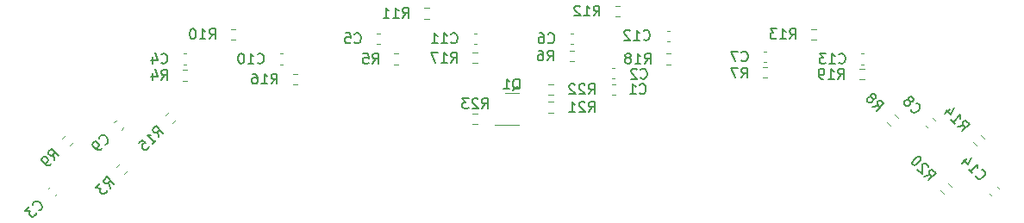
<source format=gbr>
%TF.GenerationSoftware,KiCad,Pcbnew,8.0.4*%
%TF.CreationDate,2024-11-30T14:16:15+01:00*%
%TF.ProjectId,Sensor_PCB,53656e73-6f72-45f5-9043-422e6b696361,rev?*%
%TF.SameCoordinates,Original*%
%TF.FileFunction,Legend,Bot*%
%TF.FilePolarity,Positive*%
%FSLAX46Y46*%
G04 Gerber Fmt 4.6, Leading zero omitted, Abs format (unit mm)*
G04 Created by KiCad (PCBNEW 8.0.4) date 2024-11-30 14:16:15*
%MOMM*%
%LPD*%
G01*
G04 APERTURE LIST*
%ADD10C,0.160000*%
%ADD11C,0.120000*%
G04 APERTURE END LIST*
D10*
X124766666Y-53859060D02*
X124814285Y-53906680D01*
X124814285Y-53906680D02*
X124957142Y-53954299D01*
X124957142Y-53954299D02*
X125052380Y-53954299D01*
X125052380Y-53954299D02*
X125195237Y-53906680D01*
X125195237Y-53906680D02*
X125290475Y-53811441D01*
X125290475Y-53811441D02*
X125338094Y-53716203D01*
X125338094Y-53716203D02*
X125385713Y-53525727D01*
X125385713Y-53525727D02*
X125385713Y-53382870D01*
X125385713Y-53382870D02*
X125338094Y-53192394D01*
X125338094Y-53192394D02*
X125290475Y-53097156D01*
X125290475Y-53097156D02*
X125195237Y-53001918D01*
X125195237Y-53001918D02*
X125052380Y-52954299D01*
X125052380Y-52954299D02*
X124957142Y-52954299D01*
X124957142Y-52954299D02*
X124814285Y-53001918D01*
X124814285Y-53001918D02*
X124766666Y-53049537D01*
X124385713Y-53049537D02*
X124338094Y-53001918D01*
X124338094Y-53001918D02*
X124242856Y-52954299D01*
X124242856Y-52954299D02*
X124004761Y-52954299D01*
X124004761Y-52954299D02*
X123909523Y-53001918D01*
X123909523Y-53001918D02*
X123861904Y-53049537D01*
X123861904Y-53049537D02*
X123814285Y-53144775D01*
X123814285Y-53144775D02*
X123814285Y-53240013D01*
X123814285Y-53240013D02*
X123861904Y-53382870D01*
X123861904Y-53382870D02*
X124433332Y-53954299D01*
X124433332Y-53954299D02*
X123814285Y-53954299D01*
X112195238Y-55049537D02*
X112290476Y-55001918D01*
X112290476Y-55001918D02*
X112385714Y-54906680D01*
X112385714Y-54906680D02*
X112528571Y-54763822D01*
X112528571Y-54763822D02*
X112623809Y-54716203D01*
X112623809Y-54716203D02*
X112719047Y-54716203D01*
X112671428Y-54954299D02*
X112766666Y-54906680D01*
X112766666Y-54906680D02*
X112861904Y-54811441D01*
X112861904Y-54811441D02*
X112909523Y-54620965D01*
X112909523Y-54620965D02*
X112909523Y-54287632D01*
X112909523Y-54287632D02*
X112861904Y-54097156D01*
X112861904Y-54097156D02*
X112766666Y-54001918D01*
X112766666Y-54001918D02*
X112671428Y-53954299D01*
X112671428Y-53954299D02*
X112480952Y-53954299D01*
X112480952Y-53954299D02*
X112385714Y-54001918D01*
X112385714Y-54001918D02*
X112290476Y-54097156D01*
X112290476Y-54097156D02*
X112242857Y-54287632D01*
X112242857Y-54287632D02*
X112242857Y-54620965D01*
X112242857Y-54620965D02*
X112290476Y-54811441D01*
X112290476Y-54811441D02*
X112385714Y-54906680D01*
X112385714Y-54906680D02*
X112480952Y-54954299D01*
X112480952Y-54954299D02*
X112671428Y-54954299D01*
X111290476Y-54954299D02*
X111861904Y-54954299D01*
X111576190Y-54954299D02*
X111576190Y-53954299D01*
X111576190Y-53954299D02*
X111671428Y-54097156D01*
X111671428Y-54097156D02*
X111766666Y-54192394D01*
X111766666Y-54192394D02*
X111861904Y-54240013D01*
X124666666Y-55359060D02*
X124714285Y-55406680D01*
X124714285Y-55406680D02*
X124857142Y-55454299D01*
X124857142Y-55454299D02*
X124952380Y-55454299D01*
X124952380Y-55454299D02*
X125095237Y-55406680D01*
X125095237Y-55406680D02*
X125190475Y-55311441D01*
X125190475Y-55311441D02*
X125238094Y-55216203D01*
X125238094Y-55216203D02*
X125285713Y-55025727D01*
X125285713Y-55025727D02*
X125285713Y-54882870D01*
X125285713Y-54882870D02*
X125238094Y-54692394D01*
X125238094Y-54692394D02*
X125190475Y-54597156D01*
X125190475Y-54597156D02*
X125095237Y-54501918D01*
X125095237Y-54501918D02*
X124952380Y-54454299D01*
X124952380Y-54454299D02*
X124857142Y-54454299D01*
X124857142Y-54454299D02*
X124714285Y-54501918D01*
X124714285Y-54501918D02*
X124666666Y-54549537D01*
X123714285Y-55454299D02*
X124285713Y-55454299D01*
X123999999Y-55454299D02*
X123999999Y-54454299D01*
X123999999Y-54454299D02*
X124095237Y-54597156D01*
X124095237Y-54597156D02*
X124190475Y-54692394D01*
X124190475Y-54692394D02*
X124285713Y-54740013D01*
X72639088Y-64703387D02*
X72538073Y-64130967D01*
X73043149Y-64299326D02*
X72336042Y-63592219D01*
X72336042Y-63592219D02*
X72066668Y-63861593D01*
X72066668Y-63861593D02*
X72032997Y-63962608D01*
X72032997Y-63962608D02*
X72032997Y-64029952D01*
X72032997Y-64029952D02*
X72066668Y-64130967D01*
X72066668Y-64130967D02*
X72167684Y-64231982D01*
X72167684Y-64231982D02*
X72268699Y-64265654D01*
X72268699Y-64265654D02*
X72336042Y-64265654D01*
X72336042Y-64265654D02*
X72437058Y-64231982D01*
X72437058Y-64231982D02*
X72706432Y-63962608D01*
X71696279Y-64231982D02*
X71258546Y-64669715D01*
X71258546Y-64669715D02*
X71763623Y-64703387D01*
X71763623Y-64703387D02*
X71662607Y-64804402D01*
X71662607Y-64804402D02*
X71628936Y-64905417D01*
X71628936Y-64905417D02*
X71628936Y-64972761D01*
X71628936Y-64972761D02*
X71662607Y-65073776D01*
X71662607Y-65073776D02*
X71830966Y-65242135D01*
X71830966Y-65242135D02*
X71931981Y-65275806D01*
X71931981Y-65275806D02*
X71999325Y-65275806D01*
X71999325Y-65275806D02*
X72100340Y-65242135D01*
X72100340Y-65242135D02*
X72302371Y-65040104D01*
X72302371Y-65040104D02*
X72336042Y-64939089D01*
X72336042Y-64939089D02*
X72336042Y-64871745D01*
X152633330Y-63525806D02*
X153205750Y-63424791D01*
X153037391Y-63929867D02*
X153744498Y-63222760D01*
X153744498Y-63222760D02*
X153475124Y-62953386D01*
X153475124Y-62953386D02*
X153374109Y-62919715D01*
X153374109Y-62919715D02*
X153306765Y-62919715D01*
X153306765Y-62919715D02*
X153205750Y-62953386D01*
X153205750Y-62953386D02*
X153104735Y-63054402D01*
X153104735Y-63054402D02*
X153071063Y-63155417D01*
X153071063Y-63155417D02*
X153071063Y-63222760D01*
X153071063Y-63222760D02*
X153104735Y-63323776D01*
X153104735Y-63323776D02*
X153374109Y-63593150D01*
X153003720Y-62616669D02*
X153003720Y-62549325D01*
X153003720Y-62549325D02*
X152970048Y-62448310D01*
X152970048Y-62448310D02*
X152801689Y-62279951D01*
X152801689Y-62279951D02*
X152700674Y-62246280D01*
X152700674Y-62246280D02*
X152633330Y-62246280D01*
X152633330Y-62246280D02*
X152532315Y-62279951D01*
X152532315Y-62279951D02*
X152464971Y-62347295D01*
X152464971Y-62347295D02*
X152397628Y-62481982D01*
X152397628Y-62481982D02*
X152397628Y-63290104D01*
X152397628Y-63290104D02*
X151959895Y-62852371D01*
X152229269Y-61707532D02*
X152161926Y-61640188D01*
X152161926Y-61640188D02*
X152060910Y-61606516D01*
X152060910Y-61606516D02*
X151993567Y-61606516D01*
X151993567Y-61606516D02*
X151892552Y-61640188D01*
X151892552Y-61640188D02*
X151724193Y-61741203D01*
X151724193Y-61741203D02*
X151555834Y-61909562D01*
X151555834Y-61909562D02*
X151454819Y-62077921D01*
X151454819Y-62077921D02*
X151421147Y-62178936D01*
X151421147Y-62178936D02*
X151421147Y-62246280D01*
X151421147Y-62246280D02*
X151454819Y-62347295D01*
X151454819Y-62347295D02*
X151522162Y-62414638D01*
X151522162Y-62414638D02*
X151623178Y-62448310D01*
X151623178Y-62448310D02*
X151690521Y-62448310D01*
X151690521Y-62448310D02*
X151791536Y-62414638D01*
X151791536Y-62414638D02*
X151959895Y-62313623D01*
X151959895Y-62313623D02*
X152128254Y-62145264D01*
X152128254Y-62145264D02*
X152229269Y-61976906D01*
X152229269Y-61976906D02*
X152262941Y-61875890D01*
X152262941Y-61875890D02*
X152262941Y-61808547D01*
X152262941Y-61808547D02*
X152229269Y-61707532D01*
X119642857Y-57204299D02*
X119976190Y-56728108D01*
X120214285Y-57204299D02*
X120214285Y-56204299D01*
X120214285Y-56204299D02*
X119833333Y-56204299D01*
X119833333Y-56204299D02*
X119738095Y-56251918D01*
X119738095Y-56251918D02*
X119690476Y-56299537D01*
X119690476Y-56299537D02*
X119642857Y-56394775D01*
X119642857Y-56394775D02*
X119642857Y-56537632D01*
X119642857Y-56537632D02*
X119690476Y-56632870D01*
X119690476Y-56632870D02*
X119738095Y-56680489D01*
X119738095Y-56680489D02*
X119833333Y-56728108D01*
X119833333Y-56728108D02*
X120214285Y-56728108D01*
X119261904Y-56299537D02*
X119214285Y-56251918D01*
X119214285Y-56251918D02*
X119119047Y-56204299D01*
X119119047Y-56204299D02*
X118880952Y-56204299D01*
X118880952Y-56204299D02*
X118785714Y-56251918D01*
X118785714Y-56251918D02*
X118738095Y-56299537D01*
X118738095Y-56299537D02*
X118690476Y-56394775D01*
X118690476Y-56394775D02*
X118690476Y-56490013D01*
X118690476Y-56490013D02*
X118738095Y-56632870D01*
X118738095Y-56632870D02*
X119309523Y-57204299D01*
X119309523Y-57204299D02*
X118690476Y-57204299D01*
X117738095Y-57204299D02*
X118309523Y-57204299D01*
X118023809Y-57204299D02*
X118023809Y-56204299D01*
X118023809Y-56204299D02*
X118119047Y-56347156D01*
X118119047Y-56347156D02*
X118214285Y-56442394D01*
X118214285Y-56442394D02*
X118309523Y-56490013D01*
X106142857Y-52354299D02*
X106476190Y-51878108D01*
X106714285Y-52354299D02*
X106714285Y-51354299D01*
X106714285Y-51354299D02*
X106333333Y-51354299D01*
X106333333Y-51354299D02*
X106238095Y-51401918D01*
X106238095Y-51401918D02*
X106190476Y-51449537D01*
X106190476Y-51449537D02*
X106142857Y-51544775D01*
X106142857Y-51544775D02*
X106142857Y-51687632D01*
X106142857Y-51687632D02*
X106190476Y-51782870D01*
X106190476Y-51782870D02*
X106238095Y-51830489D01*
X106238095Y-51830489D02*
X106333333Y-51878108D01*
X106333333Y-51878108D02*
X106714285Y-51878108D01*
X105190476Y-52354299D02*
X105761904Y-52354299D01*
X105476190Y-52354299D02*
X105476190Y-51354299D01*
X105476190Y-51354299D02*
X105571428Y-51497156D01*
X105571428Y-51497156D02*
X105666666Y-51592394D01*
X105666666Y-51592394D02*
X105761904Y-51640013D01*
X104857142Y-51354299D02*
X104190476Y-51354299D01*
X104190476Y-51354299D02*
X104619047Y-52354299D01*
X120142857Y-47754299D02*
X120476190Y-47278108D01*
X120714285Y-47754299D02*
X120714285Y-46754299D01*
X120714285Y-46754299D02*
X120333333Y-46754299D01*
X120333333Y-46754299D02*
X120238095Y-46801918D01*
X120238095Y-46801918D02*
X120190476Y-46849537D01*
X120190476Y-46849537D02*
X120142857Y-46944775D01*
X120142857Y-46944775D02*
X120142857Y-47087632D01*
X120142857Y-47087632D02*
X120190476Y-47182870D01*
X120190476Y-47182870D02*
X120238095Y-47230489D01*
X120238095Y-47230489D02*
X120333333Y-47278108D01*
X120333333Y-47278108D02*
X120714285Y-47278108D01*
X119190476Y-47754299D02*
X119761904Y-47754299D01*
X119476190Y-47754299D02*
X119476190Y-46754299D01*
X119476190Y-46754299D02*
X119571428Y-46897156D01*
X119571428Y-46897156D02*
X119666666Y-46992394D01*
X119666666Y-46992394D02*
X119761904Y-47040013D01*
X118809523Y-46849537D02*
X118761904Y-46801918D01*
X118761904Y-46801918D02*
X118666666Y-46754299D01*
X118666666Y-46754299D02*
X118428571Y-46754299D01*
X118428571Y-46754299D02*
X118333333Y-46801918D01*
X118333333Y-46801918D02*
X118285714Y-46849537D01*
X118285714Y-46849537D02*
X118238095Y-46944775D01*
X118238095Y-46944775D02*
X118238095Y-47040013D01*
X118238095Y-47040013D02*
X118285714Y-47182870D01*
X118285714Y-47182870D02*
X118857142Y-47754299D01*
X118857142Y-47754299D02*
X118238095Y-47754299D01*
X77666666Y-54054299D02*
X77999999Y-53578108D01*
X78238094Y-54054299D02*
X78238094Y-53054299D01*
X78238094Y-53054299D02*
X77857142Y-53054299D01*
X77857142Y-53054299D02*
X77761904Y-53101918D01*
X77761904Y-53101918D02*
X77714285Y-53149537D01*
X77714285Y-53149537D02*
X77666666Y-53244775D01*
X77666666Y-53244775D02*
X77666666Y-53387632D01*
X77666666Y-53387632D02*
X77714285Y-53482870D01*
X77714285Y-53482870D02*
X77761904Y-53530489D01*
X77761904Y-53530489D02*
X77857142Y-53578108D01*
X77857142Y-53578108D02*
X78238094Y-53578108D01*
X76809523Y-53387632D02*
X76809523Y-54054299D01*
X77047618Y-53006680D02*
X77285713Y-53720965D01*
X77285713Y-53720965D02*
X76666666Y-53720965D01*
X106142857Y-50359060D02*
X106190476Y-50406680D01*
X106190476Y-50406680D02*
X106333333Y-50454299D01*
X106333333Y-50454299D02*
X106428571Y-50454299D01*
X106428571Y-50454299D02*
X106571428Y-50406680D01*
X106571428Y-50406680D02*
X106666666Y-50311441D01*
X106666666Y-50311441D02*
X106714285Y-50216203D01*
X106714285Y-50216203D02*
X106761904Y-50025727D01*
X106761904Y-50025727D02*
X106761904Y-49882870D01*
X106761904Y-49882870D02*
X106714285Y-49692394D01*
X106714285Y-49692394D02*
X106666666Y-49597156D01*
X106666666Y-49597156D02*
X106571428Y-49501918D01*
X106571428Y-49501918D02*
X106428571Y-49454299D01*
X106428571Y-49454299D02*
X106333333Y-49454299D01*
X106333333Y-49454299D02*
X106190476Y-49501918D01*
X106190476Y-49501918D02*
X106142857Y-49549537D01*
X105190476Y-50454299D02*
X105761904Y-50454299D01*
X105476190Y-50454299D02*
X105476190Y-49454299D01*
X105476190Y-49454299D02*
X105571428Y-49597156D01*
X105571428Y-49597156D02*
X105666666Y-49692394D01*
X105666666Y-49692394D02*
X105761904Y-49740013D01*
X104238095Y-50454299D02*
X104809523Y-50454299D01*
X104523809Y-50454299D02*
X104523809Y-49454299D01*
X104523809Y-49454299D02*
X104619047Y-49597156D01*
X104619047Y-49597156D02*
X104714285Y-49692394D01*
X104714285Y-49692394D02*
X104809523Y-49740013D01*
X134666666Y-52159060D02*
X134714285Y-52206680D01*
X134714285Y-52206680D02*
X134857142Y-52254299D01*
X134857142Y-52254299D02*
X134952380Y-52254299D01*
X134952380Y-52254299D02*
X135095237Y-52206680D01*
X135095237Y-52206680D02*
X135190475Y-52111441D01*
X135190475Y-52111441D02*
X135238094Y-52016203D01*
X135238094Y-52016203D02*
X135285713Y-51825727D01*
X135285713Y-51825727D02*
X135285713Y-51682870D01*
X135285713Y-51682870D02*
X135238094Y-51492394D01*
X135238094Y-51492394D02*
X135190475Y-51397156D01*
X135190475Y-51397156D02*
X135095237Y-51301918D01*
X135095237Y-51301918D02*
X134952380Y-51254299D01*
X134952380Y-51254299D02*
X134857142Y-51254299D01*
X134857142Y-51254299D02*
X134714285Y-51301918D01*
X134714285Y-51301918D02*
X134666666Y-51349537D01*
X134333332Y-51254299D02*
X133666666Y-51254299D01*
X133666666Y-51254299D02*
X134095237Y-52254299D01*
X98416666Y-52454299D02*
X98749999Y-51978108D01*
X98988094Y-52454299D02*
X98988094Y-51454299D01*
X98988094Y-51454299D02*
X98607142Y-51454299D01*
X98607142Y-51454299D02*
X98511904Y-51501918D01*
X98511904Y-51501918D02*
X98464285Y-51549537D01*
X98464285Y-51549537D02*
X98416666Y-51644775D01*
X98416666Y-51644775D02*
X98416666Y-51787632D01*
X98416666Y-51787632D02*
X98464285Y-51882870D01*
X98464285Y-51882870D02*
X98511904Y-51930489D01*
X98511904Y-51930489D02*
X98607142Y-51978108D01*
X98607142Y-51978108D02*
X98988094Y-51978108D01*
X97511904Y-51454299D02*
X97988094Y-51454299D01*
X97988094Y-51454299D02*
X98035713Y-51930489D01*
X98035713Y-51930489D02*
X97988094Y-51882870D01*
X97988094Y-51882870D02*
X97892856Y-51835251D01*
X97892856Y-51835251D02*
X97654761Y-51835251D01*
X97654761Y-51835251D02*
X97559523Y-51882870D01*
X97559523Y-51882870D02*
X97511904Y-51930489D01*
X97511904Y-51930489D02*
X97464285Y-52025727D01*
X97464285Y-52025727D02*
X97464285Y-52263822D01*
X97464285Y-52263822D02*
X97511904Y-52359060D01*
X97511904Y-52359060D02*
X97559523Y-52406680D01*
X97559523Y-52406680D02*
X97654761Y-52454299D01*
X97654761Y-52454299D02*
X97892856Y-52454299D01*
X97892856Y-52454299D02*
X97988094Y-52406680D01*
X97988094Y-52406680D02*
X98035713Y-52359060D01*
X115666666Y-50359060D02*
X115714285Y-50406680D01*
X115714285Y-50406680D02*
X115857142Y-50454299D01*
X115857142Y-50454299D02*
X115952380Y-50454299D01*
X115952380Y-50454299D02*
X116095237Y-50406680D01*
X116095237Y-50406680D02*
X116190475Y-50311441D01*
X116190475Y-50311441D02*
X116238094Y-50216203D01*
X116238094Y-50216203D02*
X116285713Y-50025727D01*
X116285713Y-50025727D02*
X116285713Y-49882870D01*
X116285713Y-49882870D02*
X116238094Y-49692394D01*
X116238094Y-49692394D02*
X116190475Y-49597156D01*
X116190475Y-49597156D02*
X116095237Y-49501918D01*
X116095237Y-49501918D02*
X115952380Y-49454299D01*
X115952380Y-49454299D02*
X115857142Y-49454299D01*
X115857142Y-49454299D02*
X115714285Y-49501918D01*
X115714285Y-49501918D02*
X115666666Y-49549537D01*
X114809523Y-49454299D02*
X114999999Y-49454299D01*
X114999999Y-49454299D02*
X115095237Y-49501918D01*
X115095237Y-49501918D02*
X115142856Y-49549537D01*
X115142856Y-49549537D02*
X115238094Y-49692394D01*
X115238094Y-49692394D02*
X115285713Y-49882870D01*
X115285713Y-49882870D02*
X115285713Y-50263822D01*
X115285713Y-50263822D02*
X115238094Y-50359060D01*
X115238094Y-50359060D02*
X115190475Y-50406680D01*
X115190475Y-50406680D02*
X115095237Y-50454299D01*
X115095237Y-50454299D02*
X114904761Y-50454299D01*
X114904761Y-50454299D02*
X114809523Y-50406680D01*
X114809523Y-50406680D02*
X114761904Y-50359060D01*
X114761904Y-50359060D02*
X114714285Y-50263822D01*
X114714285Y-50263822D02*
X114714285Y-50025727D01*
X114714285Y-50025727D02*
X114761904Y-49930489D01*
X114761904Y-49930489D02*
X114809523Y-49882870D01*
X114809523Y-49882870D02*
X114904761Y-49835251D01*
X114904761Y-49835251D02*
X115095237Y-49835251D01*
X115095237Y-49835251D02*
X115190475Y-49882870D01*
X115190475Y-49882870D02*
X115238094Y-49930489D01*
X115238094Y-49930489D02*
X115285713Y-50025727D01*
X139392857Y-50029299D02*
X139726190Y-49553108D01*
X139964285Y-50029299D02*
X139964285Y-49029299D01*
X139964285Y-49029299D02*
X139583333Y-49029299D01*
X139583333Y-49029299D02*
X139488095Y-49076918D01*
X139488095Y-49076918D02*
X139440476Y-49124537D01*
X139440476Y-49124537D02*
X139392857Y-49219775D01*
X139392857Y-49219775D02*
X139392857Y-49362632D01*
X139392857Y-49362632D02*
X139440476Y-49457870D01*
X139440476Y-49457870D02*
X139488095Y-49505489D01*
X139488095Y-49505489D02*
X139583333Y-49553108D01*
X139583333Y-49553108D02*
X139964285Y-49553108D01*
X138440476Y-50029299D02*
X139011904Y-50029299D01*
X138726190Y-50029299D02*
X138726190Y-49029299D01*
X138726190Y-49029299D02*
X138821428Y-49172156D01*
X138821428Y-49172156D02*
X138916666Y-49267394D01*
X138916666Y-49267394D02*
X139011904Y-49315013D01*
X138107142Y-49029299D02*
X137488095Y-49029299D01*
X137488095Y-49029299D02*
X137821428Y-49410251D01*
X137821428Y-49410251D02*
X137678571Y-49410251D01*
X137678571Y-49410251D02*
X137583333Y-49457870D01*
X137583333Y-49457870D02*
X137535714Y-49505489D01*
X137535714Y-49505489D02*
X137488095Y-49600727D01*
X137488095Y-49600727D02*
X137488095Y-49838822D01*
X137488095Y-49838822D02*
X137535714Y-49934060D01*
X137535714Y-49934060D02*
X137583333Y-49981680D01*
X137583333Y-49981680D02*
X137678571Y-50029299D01*
X137678571Y-50029299D02*
X137964285Y-50029299D01*
X137964285Y-50029299D02*
X138059523Y-49981680D01*
X138059523Y-49981680D02*
X138107142Y-49934060D01*
X144142857Y-53954299D02*
X144476190Y-53478108D01*
X144714285Y-53954299D02*
X144714285Y-52954299D01*
X144714285Y-52954299D02*
X144333333Y-52954299D01*
X144333333Y-52954299D02*
X144238095Y-53001918D01*
X144238095Y-53001918D02*
X144190476Y-53049537D01*
X144190476Y-53049537D02*
X144142857Y-53144775D01*
X144142857Y-53144775D02*
X144142857Y-53287632D01*
X144142857Y-53287632D02*
X144190476Y-53382870D01*
X144190476Y-53382870D02*
X144238095Y-53430489D01*
X144238095Y-53430489D02*
X144333333Y-53478108D01*
X144333333Y-53478108D02*
X144714285Y-53478108D01*
X143190476Y-53954299D02*
X143761904Y-53954299D01*
X143476190Y-53954299D02*
X143476190Y-52954299D01*
X143476190Y-52954299D02*
X143571428Y-53097156D01*
X143571428Y-53097156D02*
X143666666Y-53192394D01*
X143666666Y-53192394D02*
X143761904Y-53240013D01*
X142714285Y-53954299D02*
X142523809Y-53954299D01*
X142523809Y-53954299D02*
X142428571Y-53906680D01*
X142428571Y-53906680D02*
X142380952Y-53859060D01*
X142380952Y-53859060D02*
X142285714Y-53716203D01*
X142285714Y-53716203D02*
X142238095Y-53525727D01*
X142238095Y-53525727D02*
X142238095Y-53144775D01*
X142238095Y-53144775D02*
X142285714Y-53049537D01*
X142285714Y-53049537D02*
X142333333Y-53001918D01*
X142333333Y-53001918D02*
X142428571Y-52954299D01*
X142428571Y-52954299D02*
X142619047Y-52954299D01*
X142619047Y-52954299D02*
X142714285Y-53001918D01*
X142714285Y-53001918D02*
X142761904Y-53049537D01*
X142761904Y-53049537D02*
X142809523Y-53144775D01*
X142809523Y-53144775D02*
X142809523Y-53382870D01*
X142809523Y-53382870D02*
X142761904Y-53478108D01*
X142761904Y-53478108D02*
X142714285Y-53525727D01*
X142714285Y-53525727D02*
X142619047Y-53573346D01*
X142619047Y-53573346D02*
X142428571Y-53573346D01*
X142428571Y-53573346D02*
X142333333Y-53525727D01*
X142333333Y-53525727D02*
X142285714Y-53478108D01*
X142285714Y-53478108D02*
X142238095Y-53382870D01*
X101392857Y-47954299D02*
X101726190Y-47478108D01*
X101964285Y-47954299D02*
X101964285Y-46954299D01*
X101964285Y-46954299D02*
X101583333Y-46954299D01*
X101583333Y-46954299D02*
X101488095Y-47001918D01*
X101488095Y-47001918D02*
X101440476Y-47049537D01*
X101440476Y-47049537D02*
X101392857Y-47144775D01*
X101392857Y-47144775D02*
X101392857Y-47287632D01*
X101392857Y-47287632D02*
X101440476Y-47382870D01*
X101440476Y-47382870D02*
X101488095Y-47430489D01*
X101488095Y-47430489D02*
X101583333Y-47478108D01*
X101583333Y-47478108D02*
X101964285Y-47478108D01*
X100440476Y-47954299D02*
X101011904Y-47954299D01*
X100726190Y-47954299D02*
X100726190Y-46954299D01*
X100726190Y-46954299D02*
X100821428Y-47097156D01*
X100821428Y-47097156D02*
X100916666Y-47192394D01*
X100916666Y-47192394D02*
X101011904Y-47240013D01*
X99488095Y-47954299D02*
X100059523Y-47954299D01*
X99773809Y-47954299D02*
X99773809Y-46954299D01*
X99773809Y-46954299D02*
X99869047Y-47097156D01*
X99869047Y-47097156D02*
X99964285Y-47192394D01*
X99964285Y-47192394D02*
X100059523Y-47240013D01*
X65621745Y-66886043D02*
X65689088Y-66886043D01*
X65689088Y-66886043D02*
X65823775Y-66818700D01*
X65823775Y-66818700D02*
X65891119Y-66751356D01*
X65891119Y-66751356D02*
X65958462Y-66616669D01*
X65958462Y-66616669D02*
X65958462Y-66481982D01*
X65958462Y-66481982D02*
X65924790Y-66380967D01*
X65924790Y-66380967D02*
X65823775Y-66212608D01*
X65823775Y-66212608D02*
X65722760Y-66111593D01*
X65722760Y-66111593D02*
X65554401Y-66010578D01*
X65554401Y-66010578D02*
X65453386Y-65976906D01*
X65453386Y-65976906D02*
X65318699Y-65976906D01*
X65318699Y-65976906D02*
X65184012Y-66044249D01*
X65184012Y-66044249D02*
X65116668Y-66111593D01*
X65116668Y-66111593D02*
X65049325Y-66246280D01*
X65049325Y-66246280D02*
X65049325Y-66313623D01*
X64746279Y-66481982D02*
X64308546Y-66919715D01*
X64308546Y-66919715D02*
X64813623Y-66953387D01*
X64813623Y-66953387D02*
X64712607Y-67054402D01*
X64712607Y-67054402D02*
X64678936Y-67155417D01*
X64678936Y-67155417D02*
X64678936Y-67222761D01*
X64678936Y-67222761D02*
X64712607Y-67323776D01*
X64712607Y-67323776D02*
X64880966Y-67492135D01*
X64880966Y-67492135D02*
X64981981Y-67525806D01*
X64981981Y-67525806D02*
X65049325Y-67525806D01*
X65049325Y-67525806D02*
X65150340Y-67492135D01*
X65150340Y-67492135D02*
X65352371Y-67290104D01*
X65352371Y-67290104D02*
X65386042Y-67189089D01*
X65386042Y-67189089D02*
X65386042Y-67121745D01*
X77450806Y-59691669D02*
X77349791Y-59119249D01*
X77854867Y-59287608D02*
X77147760Y-58580501D01*
X77147760Y-58580501D02*
X76878386Y-58849875D01*
X76878386Y-58849875D02*
X76844715Y-58950890D01*
X76844715Y-58950890D02*
X76844715Y-59018234D01*
X76844715Y-59018234D02*
X76878386Y-59119249D01*
X76878386Y-59119249D02*
X76979402Y-59220264D01*
X76979402Y-59220264D02*
X77080417Y-59253936D01*
X77080417Y-59253936D02*
X77147760Y-59253936D01*
X77147760Y-59253936D02*
X77248776Y-59220264D01*
X77248776Y-59220264D02*
X77518150Y-58950890D01*
X76777371Y-60365104D02*
X77181432Y-59961043D01*
X76979402Y-60163073D02*
X76272295Y-59455966D01*
X76272295Y-59455966D02*
X76440654Y-59489638D01*
X76440654Y-59489638D02*
X76575341Y-59489638D01*
X76575341Y-59489638D02*
X76676356Y-59455966D01*
X75430501Y-60297760D02*
X75767219Y-59961043D01*
X75767219Y-59961043D02*
X76137608Y-60264089D01*
X76137608Y-60264089D02*
X76070264Y-60264089D01*
X76070264Y-60264089D02*
X75969249Y-60297760D01*
X75969249Y-60297760D02*
X75800890Y-60466119D01*
X75800890Y-60466119D02*
X75767219Y-60567134D01*
X75767219Y-60567134D02*
X75767219Y-60634478D01*
X75767219Y-60634478D02*
X75800890Y-60735493D01*
X75800890Y-60735493D02*
X75969249Y-60903852D01*
X75969249Y-60903852D02*
X76070264Y-60937524D01*
X76070264Y-60937524D02*
X76137608Y-60937524D01*
X76137608Y-60937524D02*
X76238623Y-60903852D01*
X76238623Y-60903852D02*
X76406982Y-60735493D01*
X76406982Y-60735493D02*
X76440654Y-60634478D01*
X76440654Y-60634478D02*
X76440654Y-60567134D01*
X87142857Y-52359060D02*
X87190476Y-52406680D01*
X87190476Y-52406680D02*
X87333333Y-52454299D01*
X87333333Y-52454299D02*
X87428571Y-52454299D01*
X87428571Y-52454299D02*
X87571428Y-52406680D01*
X87571428Y-52406680D02*
X87666666Y-52311441D01*
X87666666Y-52311441D02*
X87714285Y-52216203D01*
X87714285Y-52216203D02*
X87761904Y-52025727D01*
X87761904Y-52025727D02*
X87761904Y-51882870D01*
X87761904Y-51882870D02*
X87714285Y-51692394D01*
X87714285Y-51692394D02*
X87666666Y-51597156D01*
X87666666Y-51597156D02*
X87571428Y-51501918D01*
X87571428Y-51501918D02*
X87428571Y-51454299D01*
X87428571Y-51454299D02*
X87333333Y-51454299D01*
X87333333Y-51454299D02*
X87190476Y-51501918D01*
X87190476Y-51501918D02*
X87142857Y-51549537D01*
X86190476Y-52454299D02*
X86761904Y-52454299D01*
X86476190Y-52454299D02*
X86476190Y-51454299D01*
X86476190Y-51454299D02*
X86571428Y-51597156D01*
X86571428Y-51597156D02*
X86666666Y-51692394D01*
X86666666Y-51692394D02*
X86761904Y-51740013D01*
X85571428Y-51454299D02*
X85476190Y-51454299D01*
X85476190Y-51454299D02*
X85380952Y-51501918D01*
X85380952Y-51501918D02*
X85333333Y-51549537D01*
X85333333Y-51549537D02*
X85285714Y-51644775D01*
X85285714Y-51644775D02*
X85238095Y-51835251D01*
X85238095Y-51835251D02*
X85238095Y-52073346D01*
X85238095Y-52073346D02*
X85285714Y-52263822D01*
X85285714Y-52263822D02*
X85333333Y-52359060D01*
X85333333Y-52359060D02*
X85380952Y-52406680D01*
X85380952Y-52406680D02*
X85476190Y-52454299D01*
X85476190Y-52454299D02*
X85571428Y-52454299D01*
X85571428Y-52454299D02*
X85666666Y-52406680D01*
X85666666Y-52406680D02*
X85714285Y-52359060D01*
X85714285Y-52359060D02*
X85761904Y-52263822D01*
X85761904Y-52263822D02*
X85809523Y-52073346D01*
X85809523Y-52073346D02*
X85809523Y-51835251D01*
X85809523Y-51835251D02*
X85761904Y-51644775D01*
X85761904Y-51644775D02*
X85714285Y-51549537D01*
X85714285Y-51549537D02*
X85666666Y-51501918D01*
X85666666Y-51501918D02*
X85571428Y-51454299D01*
X147546612Y-56689088D02*
X148119032Y-56588073D01*
X147950673Y-57093149D02*
X148657780Y-56386042D01*
X148657780Y-56386042D02*
X148388406Y-56116668D01*
X148388406Y-56116668D02*
X148287391Y-56082997D01*
X148287391Y-56082997D02*
X148220047Y-56082997D01*
X148220047Y-56082997D02*
X148119032Y-56116668D01*
X148119032Y-56116668D02*
X148018017Y-56217684D01*
X148018017Y-56217684D02*
X147984345Y-56318699D01*
X147984345Y-56318699D02*
X147984345Y-56386042D01*
X147984345Y-56386042D02*
X148018017Y-56487058D01*
X148018017Y-56487058D02*
X148287391Y-56756432D01*
X147546612Y-55880966D02*
X147647628Y-55914638D01*
X147647628Y-55914638D02*
X147714971Y-55914638D01*
X147714971Y-55914638D02*
X147815986Y-55880966D01*
X147815986Y-55880966D02*
X147849658Y-55847294D01*
X147849658Y-55847294D02*
X147883330Y-55746279D01*
X147883330Y-55746279D02*
X147883330Y-55678936D01*
X147883330Y-55678936D02*
X147849658Y-55577920D01*
X147849658Y-55577920D02*
X147714971Y-55443233D01*
X147714971Y-55443233D02*
X147613956Y-55409562D01*
X147613956Y-55409562D02*
X147546612Y-55409562D01*
X147546612Y-55409562D02*
X147445597Y-55443233D01*
X147445597Y-55443233D02*
X147411925Y-55476905D01*
X147411925Y-55476905D02*
X147378254Y-55577920D01*
X147378254Y-55577920D02*
X147378254Y-55645264D01*
X147378254Y-55645264D02*
X147411925Y-55746279D01*
X147411925Y-55746279D02*
X147546612Y-55880966D01*
X147546612Y-55880966D02*
X147580284Y-55981981D01*
X147580284Y-55981981D02*
X147580284Y-56049325D01*
X147580284Y-56049325D02*
X147546612Y-56150340D01*
X147546612Y-56150340D02*
X147411925Y-56285027D01*
X147411925Y-56285027D02*
X147310910Y-56318699D01*
X147310910Y-56318699D02*
X147243567Y-56318699D01*
X147243567Y-56318699D02*
X147142551Y-56285027D01*
X147142551Y-56285027D02*
X147007864Y-56150340D01*
X147007864Y-56150340D02*
X146974193Y-56049325D01*
X146974193Y-56049325D02*
X146974193Y-55981981D01*
X146974193Y-55981981D02*
X147007864Y-55880966D01*
X147007864Y-55880966D02*
X147142551Y-55746279D01*
X147142551Y-55746279D02*
X147243567Y-55712607D01*
X147243567Y-55712607D02*
X147310910Y-55712607D01*
X147310910Y-55712607D02*
X147411925Y-55746279D01*
X155933330Y-58675806D02*
X156505750Y-58574791D01*
X156337391Y-59079867D02*
X157044498Y-58372760D01*
X157044498Y-58372760D02*
X156775124Y-58103386D01*
X156775124Y-58103386D02*
X156674109Y-58069715D01*
X156674109Y-58069715D02*
X156606765Y-58069715D01*
X156606765Y-58069715D02*
X156505750Y-58103386D01*
X156505750Y-58103386D02*
X156404735Y-58204402D01*
X156404735Y-58204402D02*
X156371063Y-58305417D01*
X156371063Y-58305417D02*
X156371063Y-58372760D01*
X156371063Y-58372760D02*
X156404735Y-58473776D01*
X156404735Y-58473776D02*
X156674109Y-58743150D01*
X155259895Y-58002371D02*
X155663956Y-58406432D01*
X155461926Y-58204402D02*
X156169033Y-57497295D01*
X156169033Y-57497295D02*
X156135361Y-57665654D01*
X156135361Y-57665654D02*
X156135361Y-57800341D01*
X156135361Y-57800341D02*
X156169033Y-57901356D01*
X155125208Y-56924875D02*
X154653804Y-57396280D01*
X155562941Y-56823860D02*
X155226223Y-57497295D01*
X155226223Y-57497295D02*
X154788491Y-57059562D01*
X88467857Y-54454299D02*
X88801190Y-53978108D01*
X89039285Y-54454299D02*
X89039285Y-53454299D01*
X89039285Y-53454299D02*
X88658333Y-53454299D01*
X88658333Y-53454299D02*
X88563095Y-53501918D01*
X88563095Y-53501918D02*
X88515476Y-53549537D01*
X88515476Y-53549537D02*
X88467857Y-53644775D01*
X88467857Y-53644775D02*
X88467857Y-53787632D01*
X88467857Y-53787632D02*
X88515476Y-53882870D01*
X88515476Y-53882870D02*
X88563095Y-53930489D01*
X88563095Y-53930489D02*
X88658333Y-53978108D01*
X88658333Y-53978108D02*
X89039285Y-53978108D01*
X87515476Y-54454299D02*
X88086904Y-54454299D01*
X87801190Y-54454299D02*
X87801190Y-53454299D01*
X87801190Y-53454299D02*
X87896428Y-53597156D01*
X87896428Y-53597156D02*
X87991666Y-53692394D01*
X87991666Y-53692394D02*
X88086904Y-53740013D01*
X86658333Y-53454299D02*
X86848809Y-53454299D01*
X86848809Y-53454299D02*
X86944047Y-53501918D01*
X86944047Y-53501918D02*
X86991666Y-53549537D01*
X86991666Y-53549537D02*
X87086904Y-53692394D01*
X87086904Y-53692394D02*
X87134523Y-53882870D01*
X87134523Y-53882870D02*
X87134523Y-54263822D01*
X87134523Y-54263822D02*
X87086904Y-54359060D01*
X87086904Y-54359060D02*
X87039285Y-54406680D01*
X87039285Y-54406680D02*
X86944047Y-54454299D01*
X86944047Y-54454299D02*
X86753571Y-54454299D01*
X86753571Y-54454299D02*
X86658333Y-54406680D01*
X86658333Y-54406680D02*
X86610714Y-54359060D01*
X86610714Y-54359060D02*
X86563095Y-54263822D01*
X86563095Y-54263822D02*
X86563095Y-54025727D01*
X86563095Y-54025727D02*
X86610714Y-53930489D01*
X86610714Y-53930489D02*
X86658333Y-53882870D01*
X86658333Y-53882870D02*
X86753571Y-53835251D01*
X86753571Y-53835251D02*
X86944047Y-53835251D01*
X86944047Y-53835251D02*
X87039285Y-53882870D01*
X87039285Y-53882870D02*
X87086904Y-53930489D01*
X87086904Y-53930489D02*
X87134523Y-54025727D01*
X77666666Y-52359060D02*
X77714285Y-52406680D01*
X77714285Y-52406680D02*
X77857142Y-52454299D01*
X77857142Y-52454299D02*
X77952380Y-52454299D01*
X77952380Y-52454299D02*
X78095237Y-52406680D01*
X78095237Y-52406680D02*
X78190475Y-52311441D01*
X78190475Y-52311441D02*
X78238094Y-52216203D01*
X78238094Y-52216203D02*
X78285713Y-52025727D01*
X78285713Y-52025727D02*
X78285713Y-51882870D01*
X78285713Y-51882870D02*
X78238094Y-51692394D01*
X78238094Y-51692394D02*
X78190475Y-51597156D01*
X78190475Y-51597156D02*
X78095237Y-51501918D01*
X78095237Y-51501918D02*
X77952380Y-51454299D01*
X77952380Y-51454299D02*
X77857142Y-51454299D01*
X77857142Y-51454299D02*
X77714285Y-51501918D01*
X77714285Y-51501918D02*
X77666666Y-51549537D01*
X76809523Y-51787632D02*
X76809523Y-52454299D01*
X77047618Y-51406680D02*
X77285713Y-52120965D01*
X77285713Y-52120965D02*
X76666666Y-52120965D01*
X125042857Y-50059060D02*
X125090476Y-50106680D01*
X125090476Y-50106680D02*
X125233333Y-50154299D01*
X125233333Y-50154299D02*
X125328571Y-50154299D01*
X125328571Y-50154299D02*
X125471428Y-50106680D01*
X125471428Y-50106680D02*
X125566666Y-50011441D01*
X125566666Y-50011441D02*
X125614285Y-49916203D01*
X125614285Y-49916203D02*
X125661904Y-49725727D01*
X125661904Y-49725727D02*
X125661904Y-49582870D01*
X125661904Y-49582870D02*
X125614285Y-49392394D01*
X125614285Y-49392394D02*
X125566666Y-49297156D01*
X125566666Y-49297156D02*
X125471428Y-49201918D01*
X125471428Y-49201918D02*
X125328571Y-49154299D01*
X125328571Y-49154299D02*
X125233333Y-49154299D01*
X125233333Y-49154299D02*
X125090476Y-49201918D01*
X125090476Y-49201918D02*
X125042857Y-49249537D01*
X124090476Y-50154299D02*
X124661904Y-50154299D01*
X124376190Y-50154299D02*
X124376190Y-49154299D01*
X124376190Y-49154299D02*
X124471428Y-49297156D01*
X124471428Y-49297156D02*
X124566666Y-49392394D01*
X124566666Y-49392394D02*
X124661904Y-49440013D01*
X123709523Y-49249537D02*
X123661904Y-49201918D01*
X123661904Y-49201918D02*
X123566666Y-49154299D01*
X123566666Y-49154299D02*
X123328571Y-49154299D01*
X123328571Y-49154299D02*
X123233333Y-49201918D01*
X123233333Y-49201918D02*
X123185714Y-49249537D01*
X123185714Y-49249537D02*
X123138095Y-49344775D01*
X123138095Y-49344775D02*
X123138095Y-49440013D01*
X123138095Y-49440013D02*
X123185714Y-49582870D01*
X123185714Y-49582870D02*
X123757142Y-50154299D01*
X123757142Y-50154299D02*
X123138095Y-50154299D01*
X96666666Y-50359060D02*
X96714285Y-50406680D01*
X96714285Y-50406680D02*
X96857142Y-50454299D01*
X96857142Y-50454299D02*
X96952380Y-50454299D01*
X96952380Y-50454299D02*
X97095237Y-50406680D01*
X97095237Y-50406680D02*
X97190475Y-50311441D01*
X97190475Y-50311441D02*
X97238094Y-50216203D01*
X97238094Y-50216203D02*
X97285713Y-50025727D01*
X97285713Y-50025727D02*
X97285713Y-49882870D01*
X97285713Y-49882870D02*
X97238094Y-49692394D01*
X97238094Y-49692394D02*
X97190475Y-49597156D01*
X97190475Y-49597156D02*
X97095237Y-49501918D01*
X97095237Y-49501918D02*
X96952380Y-49454299D01*
X96952380Y-49454299D02*
X96857142Y-49454299D01*
X96857142Y-49454299D02*
X96714285Y-49501918D01*
X96714285Y-49501918D02*
X96666666Y-49549537D01*
X95761904Y-49454299D02*
X96238094Y-49454299D01*
X96238094Y-49454299D02*
X96285713Y-49930489D01*
X96285713Y-49930489D02*
X96238094Y-49882870D01*
X96238094Y-49882870D02*
X96142856Y-49835251D01*
X96142856Y-49835251D02*
X95904761Y-49835251D01*
X95904761Y-49835251D02*
X95809523Y-49882870D01*
X95809523Y-49882870D02*
X95761904Y-49930489D01*
X95761904Y-49930489D02*
X95714285Y-50025727D01*
X95714285Y-50025727D02*
X95714285Y-50263822D01*
X95714285Y-50263822D02*
X95761904Y-50359060D01*
X95761904Y-50359060D02*
X95809523Y-50406680D01*
X95809523Y-50406680D02*
X95904761Y-50454299D01*
X95904761Y-50454299D02*
X96142856Y-50454299D01*
X96142856Y-50454299D02*
X96238094Y-50406680D01*
X96238094Y-50406680D02*
X96285713Y-50359060D01*
X67189088Y-61953387D02*
X67088073Y-61380967D01*
X67593149Y-61549326D02*
X66886042Y-60842219D01*
X66886042Y-60842219D02*
X66616668Y-61111593D01*
X66616668Y-61111593D02*
X66582997Y-61212608D01*
X66582997Y-61212608D02*
X66582997Y-61279952D01*
X66582997Y-61279952D02*
X66616668Y-61380967D01*
X66616668Y-61380967D02*
X66717684Y-61481982D01*
X66717684Y-61481982D02*
X66818699Y-61515654D01*
X66818699Y-61515654D02*
X66886042Y-61515654D01*
X66886042Y-61515654D02*
X66987058Y-61481982D01*
X66987058Y-61481982D02*
X67256432Y-61212608D01*
X66852371Y-62290104D02*
X66717684Y-62424791D01*
X66717684Y-62424791D02*
X66616668Y-62458463D01*
X66616668Y-62458463D02*
X66549325Y-62458463D01*
X66549325Y-62458463D02*
X66380966Y-62424791D01*
X66380966Y-62424791D02*
X66212607Y-62323776D01*
X66212607Y-62323776D02*
X65943233Y-62054402D01*
X65943233Y-62054402D02*
X65909562Y-61953387D01*
X65909562Y-61953387D02*
X65909562Y-61886043D01*
X65909562Y-61886043D02*
X65943233Y-61785028D01*
X65943233Y-61785028D02*
X66077920Y-61650341D01*
X66077920Y-61650341D02*
X66178936Y-61616669D01*
X66178936Y-61616669D02*
X66246279Y-61616669D01*
X66246279Y-61616669D02*
X66347294Y-61650341D01*
X66347294Y-61650341D02*
X66515653Y-61818700D01*
X66515653Y-61818700D02*
X66549325Y-61919715D01*
X66549325Y-61919715D02*
X66549325Y-61987058D01*
X66549325Y-61987058D02*
X66515653Y-62088074D01*
X66515653Y-62088074D02*
X66380966Y-62222761D01*
X66380966Y-62222761D02*
X66279951Y-62256432D01*
X66279951Y-62256432D02*
X66212607Y-62256432D01*
X66212607Y-62256432D02*
X66111592Y-62222761D01*
X109142857Y-56854299D02*
X109476190Y-56378108D01*
X109714285Y-56854299D02*
X109714285Y-55854299D01*
X109714285Y-55854299D02*
X109333333Y-55854299D01*
X109333333Y-55854299D02*
X109238095Y-55901918D01*
X109238095Y-55901918D02*
X109190476Y-55949537D01*
X109190476Y-55949537D02*
X109142857Y-56044775D01*
X109142857Y-56044775D02*
X109142857Y-56187632D01*
X109142857Y-56187632D02*
X109190476Y-56282870D01*
X109190476Y-56282870D02*
X109238095Y-56330489D01*
X109238095Y-56330489D02*
X109333333Y-56378108D01*
X109333333Y-56378108D02*
X109714285Y-56378108D01*
X108761904Y-55949537D02*
X108714285Y-55901918D01*
X108714285Y-55901918D02*
X108619047Y-55854299D01*
X108619047Y-55854299D02*
X108380952Y-55854299D01*
X108380952Y-55854299D02*
X108285714Y-55901918D01*
X108285714Y-55901918D02*
X108238095Y-55949537D01*
X108238095Y-55949537D02*
X108190476Y-56044775D01*
X108190476Y-56044775D02*
X108190476Y-56140013D01*
X108190476Y-56140013D02*
X108238095Y-56282870D01*
X108238095Y-56282870D02*
X108809523Y-56854299D01*
X108809523Y-56854299D02*
X108190476Y-56854299D01*
X107857142Y-55854299D02*
X107238095Y-55854299D01*
X107238095Y-55854299D02*
X107571428Y-56235251D01*
X107571428Y-56235251D02*
X107428571Y-56235251D01*
X107428571Y-56235251D02*
X107333333Y-56282870D01*
X107333333Y-56282870D02*
X107285714Y-56330489D01*
X107285714Y-56330489D02*
X107238095Y-56425727D01*
X107238095Y-56425727D02*
X107238095Y-56663822D01*
X107238095Y-56663822D02*
X107285714Y-56759060D01*
X107285714Y-56759060D02*
X107333333Y-56806680D01*
X107333333Y-56806680D02*
X107428571Y-56854299D01*
X107428571Y-56854299D02*
X107714285Y-56854299D01*
X107714285Y-56854299D02*
X107809523Y-56806680D01*
X107809523Y-56806680D02*
X107857142Y-56759060D01*
X82392857Y-50029299D02*
X82726190Y-49553108D01*
X82964285Y-50029299D02*
X82964285Y-49029299D01*
X82964285Y-49029299D02*
X82583333Y-49029299D01*
X82583333Y-49029299D02*
X82488095Y-49076918D01*
X82488095Y-49076918D02*
X82440476Y-49124537D01*
X82440476Y-49124537D02*
X82392857Y-49219775D01*
X82392857Y-49219775D02*
X82392857Y-49362632D01*
X82392857Y-49362632D02*
X82440476Y-49457870D01*
X82440476Y-49457870D02*
X82488095Y-49505489D01*
X82488095Y-49505489D02*
X82583333Y-49553108D01*
X82583333Y-49553108D02*
X82964285Y-49553108D01*
X81440476Y-50029299D02*
X82011904Y-50029299D01*
X81726190Y-50029299D02*
X81726190Y-49029299D01*
X81726190Y-49029299D02*
X81821428Y-49172156D01*
X81821428Y-49172156D02*
X81916666Y-49267394D01*
X81916666Y-49267394D02*
X82011904Y-49315013D01*
X80821428Y-49029299D02*
X80726190Y-49029299D01*
X80726190Y-49029299D02*
X80630952Y-49076918D01*
X80630952Y-49076918D02*
X80583333Y-49124537D01*
X80583333Y-49124537D02*
X80535714Y-49219775D01*
X80535714Y-49219775D02*
X80488095Y-49410251D01*
X80488095Y-49410251D02*
X80488095Y-49648346D01*
X80488095Y-49648346D02*
X80535714Y-49838822D01*
X80535714Y-49838822D02*
X80583333Y-49934060D01*
X80583333Y-49934060D02*
X80630952Y-49981680D01*
X80630952Y-49981680D02*
X80726190Y-50029299D01*
X80726190Y-50029299D02*
X80821428Y-50029299D01*
X80821428Y-50029299D02*
X80916666Y-49981680D01*
X80916666Y-49981680D02*
X80964285Y-49934060D01*
X80964285Y-49934060D02*
X81011904Y-49838822D01*
X81011904Y-49838822D02*
X81059523Y-49648346D01*
X81059523Y-49648346D02*
X81059523Y-49410251D01*
X81059523Y-49410251D02*
X81011904Y-49219775D01*
X81011904Y-49219775D02*
X80964285Y-49124537D01*
X80964285Y-49124537D02*
X80916666Y-49076918D01*
X80916666Y-49076918D02*
X80821428Y-49029299D01*
X125142857Y-52454299D02*
X125476190Y-51978108D01*
X125714285Y-52454299D02*
X125714285Y-51454299D01*
X125714285Y-51454299D02*
X125333333Y-51454299D01*
X125333333Y-51454299D02*
X125238095Y-51501918D01*
X125238095Y-51501918D02*
X125190476Y-51549537D01*
X125190476Y-51549537D02*
X125142857Y-51644775D01*
X125142857Y-51644775D02*
X125142857Y-51787632D01*
X125142857Y-51787632D02*
X125190476Y-51882870D01*
X125190476Y-51882870D02*
X125238095Y-51930489D01*
X125238095Y-51930489D02*
X125333333Y-51978108D01*
X125333333Y-51978108D02*
X125714285Y-51978108D01*
X124190476Y-52454299D02*
X124761904Y-52454299D01*
X124476190Y-52454299D02*
X124476190Y-51454299D01*
X124476190Y-51454299D02*
X124571428Y-51597156D01*
X124571428Y-51597156D02*
X124666666Y-51692394D01*
X124666666Y-51692394D02*
X124761904Y-51740013D01*
X123619047Y-51882870D02*
X123714285Y-51835251D01*
X123714285Y-51835251D02*
X123761904Y-51787632D01*
X123761904Y-51787632D02*
X123809523Y-51692394D01*
X123809523Y-51692394D02*
X123809523Y-51644775D01*
X123809523Y-51644775D02*
X123761904Y-51549537D01*
X123761904Y-51549537D02*
X123714285Y-51501918D01*
X123714285Y-51501918D02*
X123619047Y-51454299D01*
X123619047Y-51454299D02*
X123428571Y-51454299D01*
X123428571Y-51454299D02*
X123333333Y-51501918D01*
X123333333Y-51501918D02*
X123285714Y-51549537D01*
X123285714Y-51549537D02*
X123238095Y-51644775D01*
X123238095Y-51644775D02*
X123238095Y-51692394D01*
X123238095Y-51692394D02*
X123285714Y-51787632D01*
X123285714Y-51787632D02*
X123333333Y-51835251D01*
X123333333Y-51835251D02*
X123428571Y-51882870D01*
X123428571Y-51882870D02*
X123619047Y-51882870D01*
X123619047Y-51882870D02*
X123714285Y-51930489D01*
X123714285Y-51930489D02*
X123761904Y-51978108D01*
X123761904Y-51978108D02*
X123809523Y-52073346D01*
X123809523Y-52073346D02*
X123809523Y-52263822D01*
X123809523Y-52263822D02*
X123761904Y-52359060D01*
X123761904Y-52359060D02*
X123714285Y-52406680D01*
X123714285Y-52406680D02*
X123619047Y-52454299D01*
X123619047Y-52454299D02*
X123428571Y-52454299D01*
X123428571Y-52454299D02*
X123333333Y-52406680D01*
X123333333Y-52406680D02*
X123285714Y-52359060D01*
X123285714Y-52359060D02*
X123238095Y-52263822D01*
X123238095Y-52263822D02*
X123238095Y-52073346D01*
X123238095Y-52073346D02*
X123285714Y-51978108D01*
X123285714Y-51978108D02*
X123333333Y-51930489D01*
X123333333Y-51930489D02*
X123428571Y-51882870D01*
X72121745Y-60386043D02*
X72189088Y-60386043D01*
X72189088Y-60386043D02*
X72323775Y-60318700D01*
X72323775Y-60318700D02*
X72391119Y-60251356D01*
X72391119Y-60251356D02*
X72458462Y-60116669D01*
X72458462Y-60116669D02*
X72458462Y-59981982D01*
X72458462Y-59981982D02*
X72424790Y-59880967D01*
X72424790Y-59880967D02*
X72323775Y-59712608D01*
X72323775Y-59712608D02*
X72222760Y-59611593D01*
X72222760Y-59611593D02*
X72054401Y-59510578D01*
X72054401Y-59510578D02*
X71953386Y-59476906D01*
X71953386Y-59476906D02*
X71818699Y-59476906D01*
X71818699Y-59476906D02*
X71684012Y-59544249D01*
X71684012Y-59544249D02*
X71616668Y-59611593D01*
X71616668Y-59611593D02*
X71549325Y-59746280D01*
X71549325Y-59746280D02*
X71549325Y-59813623D01*
X71852371Y-60790104D02*
X71717684Y-60924791D01*
X71717684Y-60924791D02*
X71616668Y-60958463D01*
X71616668Y-60958463D02*
X71549325Y-60958463D01*
X71549325Y-60958463D02*
X71380966Y-60924791D01*
X71380966Y-60924791D02*
X71212607Y-60823776D01*
X71212607Y-60823776D02*
X70943233Y-60554402D01*
X70943233Y-60554402D02*
X70909562Y-60453387D01*
X70909562Y-60453387D02*
X70909562Y-60386043D01*
X70909562Y-60386043D02*
X70943233Y-60285028D01*
X70943233Y-60285028D02*
X71077920Y-60150341D01*
X71077920Y-60150341D02*
X71178936Y-60116669D01*
X71178936Y-60116669D02*
X71246279Y-60116669D01*
X71246279Y-60116669D02*
X71347294Y-60150341D01*
X71347294Y-60150341D02*
X71515653Y-60318700D01*
X71515653Y-60318700D02*
X71549325Y-60419715D01*
X71549325Y-60419715D02*
X71549325Y-60487058D01*
X71549325Y-60487058D02*
X71515653Y-60588074D01*
X71515653Y-60588074D02*
X71380966Y-60722761D01*
X71380966Y-60722761D02*
X71279951Y-60756432D01*
X71279951Y-60756432D02*
X71212607Y-60756432D01*
X71212607Y-60756432D02*
X71111592Y-60722761D01*
X144242857Y-52359060D02*
X144290476Y-52406680D01*
X144290476Y-52406680D02*
X144433333Y-52454299D01*
X144433333Y-52454299D02*
X144528571Y-52454299D01*
X144528571Y-52454299D02*
X144671428Y-52406680D01*
X144671428Y-52406680D02*
X144766666Y-52311441D01*
X144766666Y-52311441D02*
X144814285Y-52216203D01*
X144814285Y-52216203D02*
X144861904Y-52025727D01*
X144861904Y-52025727D02*
X144861904Y-51882870D01*
X144861904Y-51882870D02*
X144814285Y-51692394D01*
X144814285Y-51692394D02*
X144766666Y-51597156D01*
X144766666Y-51597156D02*
X144671428Y-51501918D01*
X144671428Y-51501918D02*
X144528571Y-51454299D01*
X144528571Y-51454299D02*
X144433333Y-51454299D01*
X144433333Y-51454299D02*
X144290476Y-51501918D01*
X144290476Y-51501918D02*
X144242857Y-51549537D01*
X143290476Y-52454299D02*
X143861904Y-52454299D01*
X143576190Y-52454299D02*
X143576190Y-51454299D01*
X143576190Y-51454299D02*
X143671428Y-51597156D01*
X143671428Y-51597156D02*
X143766666Y-51692394D01*
X143766666Y-51692394D02*
X143861904Y-51740013D01*
X142957142Y-51454299D02*
X142338095Y-51454299D01*
X142338095Y-51454299D02*
X142671428Y-51835251D01*
X142671428Y-51835251D02*
X142528571Y-51835251D01*
X142528571Y-51835251D02*
X142433333Y-51882870D01*
X142433333Y-51882870D02*
X142385714Y-51930489D01*
X142385714Y-51930489D02*
X142338095Y-52025727D01*
X142338095Y-52025727D02*
X142338095Y-52263822D01*
X142338095Y-52263822D02*
X142385714Y-52359060D01*
X142385714Y-52359060D02*
X142433333Y-52406680D01*
X142433333Y-52406680D02*
X142528571Y-52454299D01*
X142528571Y-52454299D02*
X142814285Y-52454299D01*
X142814285Y-52454299D02*
X142909523Y-52406680D01*
X142909523Y-52406680D02*
X142957142Y-52359060D01*
X151288956Y-56921746D02*
X151288956Y-56989089D01*
X151288956Y-56989089D02*
X151356299Y-57123776D01*
X151356299Y-57123776D02*
X151423643Y-57191120D01*
X151423643Y-57191120D02*
X151558330Y-57258463D01*
X151558330Y-57258463D02*
X151693017Y-57258463D01*
X151693017Y-57258463D02*
X151794032Y-57224791D01*
X151794032Y-57224791D02*
X151962391Y-57123776D01*
X151962391Y-57123776D02*
X152063406Y-57022761D01*
X152063406Y-57022761D02*
X152164421Y-56854402D01*
X152164421Y-56854402D02*
X152198093Y-56753387D01*
X152198093Y-56753387D02*
X152198093Y-56618700D01*
X152198093Y-56618700D02*
X152130750Y-56484013D01*
X152130750Y-56484013D02*
X152063406Y-56416669D01*
X152063406Y-56416669D02*
X151928719Y-56349326D01*
X151928719Y-56349326D02*
X151861376Y-56349326D01*
X151221612Y-56180967D02*
X151322628Y-56214639D01*
X151322628Y-56214639D02*
X151389971Y-56214639D01*
X151389971Y-56214639D02*
X151490986Y-56180967D01*
X151490986Y-56180967D02*
X151524658Y-56147295D01*
X151524658Y-56147295D02*
X151558330Y-56046280D01*
X151558330Y-56046280D02*
X151558330Y-55978937D01*
X151558330Y-55978937D02*
X151524658Y-55877921D01*
X151524658Y-55877921D02*
X151389971Y-55743234D01*
X151389971Y-55743234D02*
X151288956Y-55709563D01*
X151288956Y-55709563D02*
X151221612Y-55709563D01*
X151221612Y-55709563D02*
X151120597Y-55743234D01*
X151120597Y-55743234D02*
X151086925Y-55776906D01*
X151086925Y-55776906D02*
X151053254Y-55877921D01*
X151053254Y-55877921D02*
X151053254Y-55945265D01*
X151053254Y-55945265D02*
X151086925Y-56046280D01*
X151086925Y-56046280D02*
X151221612Y-56180967D01*
X151221612Y-56180967D02*
X151255284Y-56281982D01*
X151255284Y-56281982D02*
X151255284Y-56349326D01*
X151255284Y-56349326D02*
X151221612Y-56450341D01*
X151221612Y-56450341D02*
X151086925Y-56585028D01*
X151086925Y-56585028D02*
X150985910Y-56618700D01*
X150985910Y-56618700D02*
X150918567Y-56618700D01*
X150918567Y-56618700D02*
X150817551Y-56585028D01*
X150817551Y-56585028D02*
X150682864Y-56450341D01*
X150682864Y-56450341D02*
X150649193Y-56349326D01*
X150649193Y-56349326D02*
X150649193Y-56281982D01*
X150649193Y-56281982D02*
X150682864Y-56180967D01*
X150682864Y-56180967D02*
X150817551Y-56046280D01*
X150817551Y-56046280D02*
X150918567Y-56012608D01*
X150918567Y-56012608D02*
X150985910Y-56012608D01*
X150985910Y-56012608D02*
X151086925Y-56046280D01*
X119642857Y-55454299D02*
X119976190Y-54978108D01*
X120214285Y-55454299D02*
X120214285Y-54454299D01*
X120214285Y-54454299D02*
X119833333Y-54454299D01*
X119833333Y-54454299D02*
X119738095Y-54501918D01*
X119738095Y-54501918D02*
X119690476Y-54549537D01*
X119690476Y-54549537D02*
X119642857Y-54644775D01*
X119642857Y-54644775D02*
X119642857Y-54787632D01*
X119642857Y-54787632D02*
X119690476Y-54882870D01*
X119690476Y-54882870D02*
X119738095Y-54930489D01*
X119738095Y-54930489D02*
X119833333Y-54978108D01*
X119833333Y-54978108D02*
X120214285Y-54978108D01*
X119261904Y-54549537D02*
X119214285Y-54501918D01*
X119214285Y-54501918D02*
X119119047Y-54454299D01*
X119119047Y-54454299D02*
X118880952Y-54454299D01*
X118880952Y-54454299D02*
X118785714Y-54501918D01*
X118785714Y-54501918D02*
X118738095Y-54549537D01*
X118738095Y-54549537D02*
X118690476Y-54644775D01*
X118690476Y-54644775D02*
X118690476Y-54740013D01*
X118690476Y-54740013D02*
X118738095Y-54882870D01*
X118738095Y-54882870D02*
X119309523Y-55454299D01*
X119309523Y-55454299D02*
X118690476Y-55454299D01*
X118309523Y-54549537D02*
X118261904Y-54501918D01*
X118261904Y-54501918D02*
X118166666Y-54454299D01*
X118166666Y-54454299D02*
X117928571Y-54454299D01*
X117928571Y-54454299D02*
X117833333Y-54501918D01*
X117833333Y-54501918D02*
X117785714Y-54549537D01*
X117785714Y-54549537D02*
X117738095Y-54644775D01*
X117738095Y-54644775D02*
X117738095Y-54740013D01*
X117738095Y-54740013D02*
X117785714Y-54882870D01*
X117785714Y-54882870D02*
X118357142Y-55454299D01*
X118357142Y-55454299D02*
X117738095Y-55454299D01*
X115591666Y-52154299D02*
X115924999Y-51678108D01*
X116163094Y-52154299D02*
X116163094Y-51154299D01*
X116163094Y-51154299D02*
X115782142Y-51154299D01*
X115782142Y-51154299D02*
X115686904Y-51201918D01*
X115686904Y-51201918D02*
X115639285Y-51249537D01*
X115639285Y-51249537D02*
X115591666Y-51344775D01*
X115591666Y-51344775D02*
X115591666Y-51487632D01*
X115591666Y-51487632D02*
X115639285Y-51582870D01*
X115639285Y-51582870D02*
X115686904Y-51630489D01*
X115686904Y-51630489D02*
X115782142Y-51678108D01*
X115782142Y-51678108D02*
X116163094Y-51678108D01*
X114734523Y-51154299D02*
X114924999Y-51154299D01*
X114924999Y-51154299D02*
X115020237Y-51201918D01*
X115020237Y-51201918D02*
X115067856Y-51249537D01*
X115067856Y-51249537D02*
X115163094Y-51392394D01*
X115163094Y-51392394D02*
X115210713Y-51582870D01*
X115210713Y-51582870D02*
X115210713Y-51963822D01*
X115210713Y-51963822D02*
X115163094Y-52059060D01*
X115163094Y-52059060D02*
X115115475Y-52106680D01*
X115115475Y-52106680D02*
X115020237Y-52154299D01*
X115020237Y-52154299D02*
X114829761Y-52154299D01*
X114829761Y-52154299D02*
X114734523Y-52106680D01*
X114734523Y-52106680D02*
X114686904Y-52059060D01*
X114686904Y-52059060D02*
X114639285Y-51963822D01*
X114639285Y-51963822D02*
X114639285Y-51725727D01*
X114639285Y-51725727D02*
X114686904Y-51630489D01*
X114686904Y-51630489D02*
X114734523Y-51582870D01*
X114734523Y-51582870D02*
X114829761Y-51535251D01*
X114829761Y-51535251D02*
X115020237Y-51535251D01*
X115020237Y-51535251D02*
X115115475Y-51582870D01*
X115115475Y-51582870D02*
X115163094Y-51630489D01*
X115163094Y-51630489D02*
X115210713Y-51725727D01*
X157700674Y-63458463D02*
X157700674Y-63525806D01*
X157700674Y-63525806D02*
X157768017Y-63660493D01*
X157768017Y-63660493D02*
X157835361Y-63727837D01*
X157835361Y-63727837D02*
X157970048Y-63795180D01*
X157970048Y-63795180D02*
X158104735Y-63795180D01*
X158104735Y-63795180D02*
X158205750Y-63761508D01*
X158205750Y-63761508D02*
X158374109Y-63660493D01*
X158374109Y-63660493D02*
X158475124Y-63559478D01*
X158475124Y-63559478D02*
X158576139Y-63391119D01*
X158576139Y-63391119D02*
X158609811Y-63290104D01*
X158609811Y-63290104D02*
X158609811Y-63155417D01*
X158609811Y-63155417D02*
X158542468Y-63020730D01*
X158542468Y-63020730D02*
X158475124Y-62953386D01*
X158475124Y-62953386D02*
X158340437Y-62886043D01*
X158340437Y-62886043D02*
X158273094Y-62886043D01*
X156959895Y-62852371D02*
X157363956Y-63256432D01*
X157161926Y-63054402D02*
X157869033Y-62347295D01*
X157869033Y-62347295D02*
X157835361Y-62515654D01*
X157835361Y-62515654D02*
X157835361Y-62650341D01*
X157835361Y-62650341D02*
X157869033Y-62751356D01*
X156825208Y-61774875D02*
X156353804Y-62246280D01*
X157262941Y-61673860D02*
X156926223Y-62347295D01*
X156926223Y-62347295D02*
X156488491Y-61909562D01*
X134666666Y-53854299D02*
X134999999Y-53378108D01*
X135238094Y-53854299D02*
X135238094Y-52854299D01*
X135238094Y-52854299D02*
X134857142Y-52854299D01*
X134857142Y-52854299D02*
X134761904Y-52901918D01*
X134761904Y-52901918D02*
X134714285Y-52949537D01*
X134714285Y-52949537D02*
X134666666Y-53044775D01*
X134666666Y-53044775D02*
X134666666Y-53187632D01*
X134666666Y-53187632D02*
X134714285Y-53282870D01*
X134714285Y-53282870D02*
X134761904Y-53330489D01*
X134761904Y-53330489D02*
X134857142Y-53378108D01*
X134857142Y-53378108D02*
X135238094Y-53378108D01*
X134333332Y-52854299D02*
X133666666Y-52854299D01*
X133666666Y-52854299D02*
X134095237Y-53854299D01*
D11*
%TO.C,C2*%
X121959420Y-52890000D02*
X122240580Y-52890000D01*
X121959420Y-53910000D02*
X122240580Y-53910000D01*
%TO.C,Q1*%
X110437000Y-58482000D02*
X112112000Y-58482000D01*
X111462000Y-55362000D02*
X112112000Y-55362000D01*
X112762000Y-55362000D02*
X112112000Y-55362000D01*
X112762000Y-58482000D02*
X112112000Y-58482000D01*
%TO.C,C1*%
X121984420Y-54465000D02*
X122265580Y-54465000D01*
X121984420Y-55485000D02*
X122265580Y-55485000D01*
%TO.C,R3*%
X73598303Y-62262770D02*
X73262770Y-62598303D01*
X74337230Y-63001697D02*
X74001697Y-63337230D01*
%TO.C,R20*%
X154212770Y-64951697D02*
X154548303Y-65287230D01*
X154951697Y-64212770D02*
X155287230Y-64548303D01*
%TO.C,R21*%
X115687742Y-56227500D02*
X116162258Y-56227500D01*
X115687742Y-57272500D02*
X116162258Y-57272500D01*
%TO.C,R17*%
X108737258Y-51377500D02*
X108262742Y-51377500D01*
X108737258Y-52422500D02*
X108262742Y-52422500D01*
%TO.C,R12*%
X122737258Y-46777500D02*
X122262742Y-46777500D01*
X122737258Y-47822500D02*
X122262742Y-47822500D01*
%TO.C,R4*%
X80237258Y-53077500D02*
X79762742Y-53077500D01*
X80237258Y-54122500D02*
X79762742Y-54122500D01*
%TO.C,C11*%
X108640580Y-49490000D02*
X108359420Y-49490000D01*
X108640580Y-50510000D02*
X108359420Y-50510000D01*
%TO.C,C7*%
X136859420Y-51240000D02*
X137140580Y-51240000D01*
X136859420Y-52260000D02*
X137140580Y-52260000D01*
%TO.C,R5*%
X100987258Y-51477500D02*
X100512742Y-51477500D01*
X100987258Y-52522500D02*
X100512742Y-52522500D01*
%TO.C,C6*%
X117859420Y-49490000D02*
X118140580Y-49490000D01*
X117859420Y-50510000D02*
X118140580Y-50510000D01*
%TO.C,R13*%
X141987258Y-49052500D02*
X141512742Y-49052500D01*
X141987258Y-50097500D02*
X141512742Y-50097500D01*
%TO.C,R19*%
X146262742Y-52977500D02*
X146737258Y-52977500D01*
X146262742Y-54022500D02*
X146737258Y-54022500D01*
%TO.C,R11*%
X103987258Y-46977500D02*
X103512742Y-46977500D01*
X103987258Y-48022500D02*
X103512742Y-48022500D01*
%TO.C,C3*%
X66539970Y-64738781D02*
X66738781Y-64539970D01*
X67261219Y-65460030D02*
X67460030Y-65261219D01*
%TO.C,R15*%
X78389940Y-57221133D02*
X78054407Y-57556666D01*
X79128867Y-57960060D02*
X78793334Y-58295593D01*
%TO.C,C10*%
X89640580Y-51490000D02*
X89359420Y-51490000D01*
X89640580Y-52510000D02*
X89359420Y-52510000D01*
%TO.C,R8*%
X148962770Y-58201697D02*
X149298303Y-58537230D01*
X149701697Y-57462770D02*
X150037230Y-57798303D01*
%TO.C,R14*%
X157798303Y-60537230D02*
X157462770Y-60201697D01*
X158537230Y-59798303D02*
X158201697Y-59462770D01*
%TO.C,R16*%
X91062258Y-53477500D02*
X90587742Y-53477500D01*
X91062258Y-54522500D02*
X90587742Y-54522500D01*
%TO.C,C4*%
X80140580Y-51490000D02*
X79859420Y-51490000D01*
X80140580Y-52510000D02*
X79859420Y-52510000D01*
%TO.C,C12*%
X127359420Y-49240000D02*
X127640580Y-49240000D01*
X127359420Y-50260000D02*
X127640580Y-50260000D01*
%TO.C,C5*%
X99140580Y-49490000D02*
X98859420Y-49490000D01*
X99140580Y-50510000D02*
X98859420Y-50510000D01*
%TO.C,R9*%
X68298303Y-59462770D02*
X67962770Y-59798303D01*
X69037230Y-60201697D02*
X68701697Y-60537230D01*
%TO.C,R23*%
X108737258Y-57377500D02*
X108262742Y-57377500D01*
X108737258Y-58422500D02*
X108262742Y-58422500D01*
%TO.C,R10*%
X84987258Y-49052500D02*
X84512742Y-49052500D01*
X84987258Y-50097500D02*
X84512742Y-50097500D01*
%TO.C,R18*%
X127262742Y-51477500D02*
X127737258Y-51477500D01*
X127262742Y-52522500D02*
X127737258Y-52522500D01*
%TO.C,C9*%
X73039970Y-58238781D02*
X73238781Y-58039970D01*
X73761219Y-58960030D02*
X73960030Y-58761219D01*
%TO.C,C13*%
X146384420Y-51490000D02*
X146665580Y-51490000D01*
X146384420Y-52510000D02*
X146665580Y-52510000D01*
%TO.C,C8*%
X152938781Y-58760030D02*
X152739970Y-58561219D01*
X153660030Y-58038781D02*
X153461219Y-57839970D01*
%TO.C,R22*%
X115687742Y-54477500D02*
X116162258Y-54477500D01*
X115687742Y-55522500D02*
X116162258Y-55522500D01*
%TO.C,R6*%
X117762742Y-51177500D02*
X118237258Y-51177500D01*
X117762742Y-52222500D02*
X118237258Y-52222500D01*
%TO.C,C14*%
X159238781Y-65460030D02*
X159039970Y-65261219D01*
X159960030Y-64738781D02*
X159761219Y-64539970D01*
%TO.C,R7*%
X136737742Y-52777500D02*
X137212258Y-52777500D01*
X136737742Y-53822500D02*
X137212258Y-53822500D01*
%TD*%
M02*

</source>
